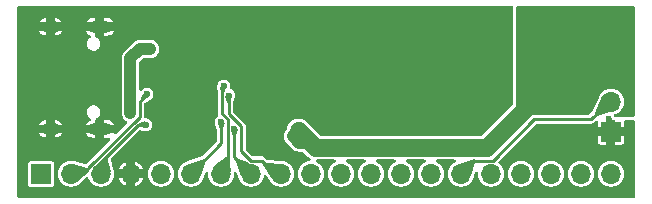
<source format=gbl>
G04 #@! TF.GenerationSoftware,KiCad,Pcbnew,9.0.3*
G04 #@! TF.CreationDate,2025-08-03T15:25:39-04:00*
G04 #@! TF.ProjectId,CH32V003F4U6,43483332-5630-4303-9346-3455362e6b69,rev?*
G04 #@! TF.SameCoordinates,Original*
G04 #@! TF.FileFunction,Copper,L2,Bot*
G04 #@! TF.FilePolarity,Positive*
%FSLAX46Y46*%
G04 Gerber Fmt 4.6, Leading zero omitted, Abs format (unit mm)*
G04 Created by KiCad (PCBNEW 9.0.3) date 2025-08-03 15:25:39*
%MOMM*%
%LPD*%
G01*
G04 APERTURE LIST*
G04 #@! TA.AperFunction,ComponentPad*
%ADD10R,1.700000X1.700000*%
G04 #@! TD*
G04 #@! TA.AperFunction,ComponentPad*
%ADD11O,1.700000X1.700000*%
G04 #@! TD*
G04 #@! TA.AperFunction,ComponentPad*
%ADD12O,2.100000X1.000000*%
G04 #@! TD*
G04 #@! TA.AperFunction,ComponentPad*
%ADD13O,1.600000X1.000000*%
G04 #@! TD*
G04 #@! TA.AperFunction,ViaPad*
%ADD14C,0.600000*%
G04 #@! TD*
G04 #@! TA.AperFunction,Conductor*
%ADD15C,1.000000*%
G04 #@! TD*
G04 #@! TA.AperFunction,Conductor*
%ADD16C,0.600000*%
G04 #@! TD*
G04 #@! TA.AperFunction,Conductor*
%ADD17C,1.500000*%
G04 #@! TD*
G04 #@! TA.AperFunction,Conductor*
%ADD18C,0.250000*%
G04 #@! TD*
G04 APERTURE END LIST*
D10*
X177292000Y-124445000D03*
D11*
X177292000Y-121905000D03*
X177292000Y-119365000D03*
D12*
X134030000Y-115580000D03*
D13*
X129850000Y-115580000D03*
D12*
X134030000Y-124220000D03*
D13*
X129850000Y-124220000D03*
D10*
X129032000Y-128016000D03*
D11*
X131572000Y-128016000D03*
X134112000Y-128016000D03*
X136652000Y-128016000D03*
X139192000Y-128016000D03*
X141732000Y-128016000D03*
X144272000Y-128016000D03*
X146812000Y-128016000D03*
X149352000Y-128016000D03*
X151892000Y-128016000D03*
X154432000Y-128016000D03*
X156972000Y-128016000D03*
X159512000Y-128016000D03*
X162052000Y-128016000D03*
X164592000Y-128016000D03*
X167132000Y-128016000D03*
X169672000Y-128016000D03*
X172212000Y-128016000D03*
X174752000Y-128016000D03*
X177292000Y-128016000D03*
D14*
X143057792Y-129484503D03*
X140520835Y-129484503D03*
X153162000Y-123444000D03*
X132909964Y-129484503D03*
X145594749Y-129484503D03*
X173501276Y-129484503D03*
X160700000Y-116100000D03*
X155742577Y-129484503D03*
X159900000Y-116500000D03*
X176038233Y-129484503D03*
X150668663Y-129484503D03*
X159900000Y-115700000D03*
X152400000Y-123444000D03*
X160816491Y-129484503D03*
X163353448Y-129484503D03*
X137983878Y-129484503D03*
X160700000Y-116900000D03*
X153205620Y-129484503D03*
X148131706Y-129484503D03*
X130373007Y-129484503D03*
X153162000Y-122682000D03*
X160700000Y-115300000D03*
X153924000Y-123444000D03*
X153162000Y-124206000D03*
X160700000Y-114500000D03*
X159900000Y-114900000D03*
X159900000Y-117300000D03*
X168427362Y-129484503D03*
X165890405Y-129484503D03*
X170964319Y-129484503D03*
X160700000Y-117700000D03*
X158279534Y-129484503D03*
X135446921Y-129484503D03*
X138300000Y-117450000D03*
X136610283Y-122852988D03*
X136610283Y-122200000D03*
X137400000Y-117450000D03*
X171200000Y-122400000D03*
X170800000Y-117500000D03*
X171800000Y-116100000D03*
X174700000Y-122400000D03*
X175800000Y-119600000D03*
X175800000Y-118200000D03*
X173400000Y-121700000D03*
X171200000Y-121000000D03*
X176700000Y-116800000D03*
X174940000Y-115300000D03*
X173180000Y-115300000D03*
X173400000Y-120300000D03*
X172080000Y-121000000D03*
X172300000Y-115300000D03*
X150844977Y-124355023D03*
X144300000Y-123648000D03*
X174500000Y-114600000D03*
X171680000Y-117500000D03*
X173840000Y-121000000D03*
X171680000Y-120300000D03*
X176300000Y-117500000D03*
X173900000Y-122400000D03*
X172080000Y-118200000D03*
X173700000Y-114600000D03*
X172080000Y-119600000D03*
X171200000Y-118200000D03*
X176300000Y-114600000D03*
X170800000Y-116100000D03*
X172180000Y-116800000D03*
X176700000Y-118200000D03*
X171680000Y-118900000D03*
X150350000Y-124850000D03*
X170800000Y-118900000D03*
X174300000Y-121700000D03*
X175800000Y-116800000D03*
X177200000Y-116100000D03*
X172800000Y-114600000D03*
X173000000Y-122400000D03*
X177200000Y-117500000D03*
X172080000Y-122400000D03*
X176300000Y-116100000D03*
X175400000Y-114600000D03*
X175400000Y-116100000D03*
X175200000Y-121700000D03*
X172960000Y-121000000D03*
X172560000Y-120300000D03*
X171680000Y-121700000D03*
X174060000Y-115300000D03*
X171300000Y-116800000D03*
X170800000Y-120300000D03*
X175820000Y-115300000D03*
X171300000Y-115300000D03*
X171200000Y-119600000D03*
X175400000Y-117500000D03*
X176700000Y-115300000D03*
X175200000Y-120300000D03*
X174700000Y-121000000D03*
X176100000Y-120300000D03*
X174300000Y-120300000D03*
X170800000Y-121700000D03*
X172560000Y-121700000D03*
X176200000Y-118900000D03*
X171800000Y-114600000D03*
X175600000Y-121000000D03*
X175300000Y-118900000D03*
X138000000Y-121300000D03*
X137922646Y-123873000D03*
X144500000Y-120600000D03*
X145404000Y-124200000D03*
X144952000Y-121391565D03*
D15*
X137400000Y-117450000D02*
X136610283Y-118239717D01*
D16*
X136610283Y-122852988D02*
X136600000Y-122842705D01*
D15*
X137400000Y-117450000D02*
X138300000Y-117450000D01*
X136610283Y-118239717D02*
X136610283Y-122852988D01*
D17*
X151872954Y-125383000D02*
X152289954Y-125800000D01*
X166800000Y-125800000D02*
X171600000Y-121000000D01*
D18*
X144300000Y-125448000D02*
X141732000Y-128016000D01*
X144300000Y-123648000D02*
X144300000Y-125448000D01*
D15*
X150350000Y-124850000D02*
X150883000Y-125383000D01*
D17*
X171600000Y-121000000D02*
X172960000Y-121000000D01*
D16*
X150883000Y-125383000D02*
X151872954Y-125383000D01*
D17*
X150844977Y-124355023D02*
X151872954Y-125383000D01*
X152289954Y-125800000D02*
X166800000Y-125800000D01*
D18*
X167286000Y-126914000D02*
X165694000Y-126914000D01*
X177095000Y-121905000D02*
X175598000Y-123402000D01*
X177292000Y-121905000D02*
X177095000Y-121905000D01*
X165694000Y-126914000D02*
X164592000Y-128016000D01*
X170798000Y-123402000D02*
X167286000Y-126914000D01*
X175598000Y-123402000D02*
X170798000Y-123402000D01*
X133010000Y-127559536D02*
X133010000Y-127590000D01*
X132584000Y-128016000D02*
X131572000Y-128016000D01*
X133010000Y-127590000D02*
X132584000Y-128016000D01*
X137400000Y-121900000D02*
X137400000Y-123169536D01*
X138000000Y-121300000D02*
X137400000Y-121900000D01*
X137400000Y-123169536D02*
X133010000Y-127559536D01*
X137922646Y-123873000D02*
X137229694Y-123873000D01*
X134112000Y-126990694D02*
X134112000Y-128016000D01*
X137229694Y-123873000D02*
X134112000Y-126990694D01*
X144852000Y-123419354D02*
X144852000Y-127436000D01*
X144400000Y-122967354D02*
X144852000Y-123419354D01*
X144852000Y-127436000D02*
X144272000Y-128016000D01*
X144500000Y-120600000D02*
X144400000Y-120700000D01*
X144400000Y-120700000D02*
X144400000Y-122967354D01*
X145400000Y-124204000D02*
X145400000Y-126604000D01*
X145404000Y-124200000D02*
X145400000Y-124204000D01*
X145400000Y-126604000D02*
X146812000Y-128016000D01*
X146814000Y-126914000D02*
X147714000Y-126914000D01*
X146000000Y-126100000D02*
X146814000Y-126914000D01*
X144952000Y-122952000D02*
X146000000Y-124000000D01*
X146000000Y-124000000D02*
X146000000Y-126100000D01*
X148816000Y-128016000D02*
X149352000Y-128016000D01*
X144952000Y-121391565D02*
X144952000Y-122952000D01*
X147714000Y-126914000D02*
X148816000Y-128016000D01*
G04 #@! TA.AperFunction,Conductor*
G36*
X179243039Y-113822185D02*
G01*
X179288794Y-113874989D01*
X179300000Y-113926500D01*
X179300000Y-123076000D01*
X179280315Y-123143039D01*
X179227511Y-123188794D01*
X179176000Y-123200000D01*
X177650597Y-123200000D01*
X177583558Y-123180315D01*
X177537803Y-123127511D01*
X177527859Y-123058353D01*
X177556884Y-122994797D01*
X177612277Y-122958069D01*
X177714445Y-122924873D01*
X177868788Y-122846232D01*
X178008928Y-122744414D01*
X178131414Y-122621928D01*
X178233232Y-122481788D01*
X178311873Y-122327445D01*
X178365402Y-122162701D01*
X178392500Y-121991611D01*
X178392500Y-121818389D01*
X178365402Y-121647299D01*
X178311873Y-121482555D01*
X178233232Y-121328212D01*
X178131414Y-121188072D01*
X178008928Y-121065586D01*
X177868788Y-120963768D01*
X177714445Y-120885127D01*
X177549701Y-120831598D01*
X177549699Y-120831597D01*
X177549698Y-120831597D01*
X177418271Y-120810781D01*
X177378611Y-120804500D01*
X177205389Y-120804500D01*
X177165728Y-120810781D01*
X177034302Y-120831597D01*
X176869552Y-120885128D01*
X176715211Y-120963768D01*
X176635256Y-121021859D01*
X176575072Y-121065586D01*
X176575070Y-121065588D01*
X176575069Y-121065588D01*
X176452588Y-121188069D01*
X176452588Y-121188070D01*
X176452586Y-121188072D01*
X176408859Y-121248256D01*
X176350768Y-121328211D01*
X176272127Y-121482553D01*
X176249554Y-121552023D01*
X176244515Y-121565002D01*
X175704557Y-122753233D01*
X175679347Y-122789614D01*
X175478780Y-122990182D01*
X175417460Y-123023666D01*
X175391101Y-123026500D01*
X170748564Y-123026500D01*
X170700812Y-123039295D01*
X170700811Y-123039294D01*
X170653063Y-123052089D01*
X170653062Y-123052089D01*
X170567435Y-123101527D01*
X170505282Y-123163681D01*
X170443959Y-123197166D01*
X170417601Y-123200000D01*
X169424000Y-123200000D01*
X169356961Y-123180315D01*
X169311206Y-123127511D01*
X169300000Y-123076000D01*
X169300000Y-113926500D01*
X169319685Y-113859461D01*
X169372489Y-113813706D01*
X169424000Y-113802500D01*
X179176000Y-113802500D01*
X179243039Y-113822185D01*
G37*
G04 #@! TD.AperFunction*
G04 #@! TA.AperFunction,Conductor*
G36*
X168987539Y-113822185D02*
G01*
X169033294Y-113874989D01*
X169044500Y-113926500D01*
X169044500Y-122089218D01*
X169024815Y-122156257D01*
X169008181Y-122176899D01*
X166421899Y-124763181D01*
X166360576Y-124796666D01*
X166334218Y-124799500D01*
X152755736Y-124799500D01*
X152726295Y-124790855D01*
X152696309Y-124784332D01*
X152691293Y-124780577D01*
X152688697Y-124779815D01*
X152668055Y-124763181D01*
X152621663Y-124716789D01*
X152614182Y-124708608D01*
X152597338Y-124688445D01*
X152589954Y-124679995D01*
X152589251Y-124679226D01*
X152589242Y-124679216D01*
X152581261Y-124670865D01*
X152581257Y-124670862D01*
X152581253Y-124670859D01*
X152574766Y-124666524D01*
X152555981Y-124651107D01*
X152510735Y-124605861D01*
X151482761Y-123577886D01*
X151482757Y-123577883D01*
X151318897Y-123468395D01*
X151318887Y-123468390D01*
X151136813Y-123392972D01*
X151136805Y-123392970D01*
X150943520Y-123354523D01*
X150943517Y-123354523D01*
X150746437Y-123354523D01*
X150746434Y-123354523D01*
X150553148Y-123392970D01*
X150553140Y-123392972D01*
X150371066Y-123468390D01*
X150371056Y-123468395D01*
X150207196Y-123577883D01*
X150207192Y-123577886D01*
X150067840Y-123717238D01*
X150067837Y-123717242D01*
X149958349Y-123881102D01*
X149958344Y-123881112D01*
X149882926Y-124063186D01*
X149882924Y-124063194D01*
X149843288Y-124262457D01*
X149841492Y-124262099D01*
X149818528Y-124318929D01*
X149808988Y-124329642D01*
X149767052Y-124371577D01*
X149767052Y-124371579D01*
X149767049Y-124371582D01*
X149767048Y-124371584D01*
X149738140Y-124414849D01*
X149684918Y-124494502D01*
X149684914Y-124494509D01*
X149628342Y-124631087D01*
X149628340Y-124631093D01*
X149599500Y-124776080D01*
X149599500Y-124776083D01*
X149599500Y-124923917D01*
X149599500Y-124923919D01*
X149599499Y-124923919D01*
X149628340Y-125068906D01*
X149628342Y-125068912D01*
X149684916Y-125205494D01*
X149767048Y-125328416D01*
X149767052Y-125328420D01*
X149767052Y-125328421D01*
X150404578Y-125965947D01*
X150404581Y-125965949D01*
X150404584Y-125965952D01*
X150527506Y-126048084D01*
X150664088Y-126104658D01*
X150762402Y-126124214D01*
X150780575Y-126129192D01*
X150791241Y-126129951D01*
X150809083Y-126133500D01*
X150836714Y-126133500D01*
X150845514Y-126133812D01*
X151158973Y-126156118D01*
X151166225Y-126158060D01*
X151170735Y-126157521D01*
X151204346Y-126168267D01*
X151261351Y-126195960D01*
X151294847Y-126219813D01*
X151509689Y-126434655D01*
X151509718Y-126434686D01*
X151652168Y-126577136D01*
X151652172Y-126577139D01*
X151816039Y-126686632D01*
X151818245Y-126687811D01*
X151819184Y-126688733D01*
X151821105Y-126690017D01*
X151820861Y-126690381D01*
X151868094Y-126736769D01*
X151883561Y-126804905D01*
X151859735Y-126870587D01*
X151804181Y-126912960D01*
X151779201Y-126919647D01*
X151634301Y-126942597D01*
X151469552Y-126996128D01*
X151315211Y-127074768D01*
X151276238Y-127103084D01*
X151175072Y-127176586D01*
X151175070Y-127176588D01*
X151175069Y-127176588D01*
X151052588Y-127299069D01*
X151052588Y-127299070D01*
X151052586Y-127299072D01*
X151052582Y-127299078D01*
X150950768Y-127439211D01*
X150872128Y-127593552D01*
X150818597Y-127758302D01*
X150802920Y-127857286D01*
X150791500Y-127929389D01*
X150791500Y-128102611D01*
X150794894Y-128124038D01*
X150818597Y-128273697D01*
X150818597Y-128273699D01*
X150818598Y-128273701D01*
X150872127Y-128438445D01*
X150950768Y-128592788D01*
X151052586Y-128732928D01*
X151175072Y-128855414D01*
X151315212Y-128957232D01*
X151469555Y-129035873D01*
X151634299Y-129089402D01*
X151805389Y-129116500D01*
X151805390Y-129116500D01*
X151978610Y-129116500D01*
X151978611Y-129116500D01*
X152149701Y-129089402D01*
X152314445Y-129035873D01*
X152468788Y-128957232D01*
X152608928Y-128855414D01*
X152731414Y-128732928D01*
X152833232Y-128592788D01*
X152911873Y-128438445D01*
X152965402Y-128273701D01*
X152992500Y-128102611D01*
X152992500Y-127929389D01*
X152965402Y-127758299D01*
X152911873Y-127593555D01*
X152833232Y-127439212D01*
X152731414Y-127299072D01*
X152608928Y-127176586D01*
X152468788Y-127074768D01*
X152390709Y-127034985D01*
X152339913Y-126987011D01*
X152323118Y-126919190D01*
X152345655Y-126853055D01*
X152400370Y-126809603D01*
X152447004Y-126800500D01*
X153876996Y-126800500D01*
X153944035Y-126820185D01*
X153989790Y-126872989D01*
X153999734Y-126942147D01*
X153970709Y-127005703D01*
X153933291Y-127034985D01*
X153855211Y-127074768D01*
X153816238Y-127103084D01*
X153715072Y-127176586D01*
X153715070Y-127176588D01*
X153715069Y-127176588D01*
X153592588Y-127299069D01*
X153592588Y-127299070D01*
X153592586Y-127299072D01*
X153592582Y-127299078D01*
X153490768Y-127439211D01*
X153412128Y-127593552D01*
X153358597Y-127758302D01*
X153342920Y-127857286D01*
X153331500Y-127929389D01*
X153331500Y-128102611D01*
X153334894Y-128124038D01*
X153358597Y-128273697D01*
X153358597Y-128273699D01*
X153358598Y-128273701D01*
X153412127Y-128438445D01*
X153490768Y-128592788D01*
X153592586Y-128732928D01*
X153715072Y-128855414D01*
X153855212Y-128957232D01*
X154009555Y-129035873D01*
X154174299Y-129089402D01*
X154345389Y-129116500D01*
X154345390Y-129116500D01*
X154518610Y-129116500D01*
X154518611Y-129116500D01*
X154689701Y-129089402D01*
X154854445Y-129035873D01*
X155008788Y-128957232D01*
X155148928Y-128855414D01*
X155271414Y-128732928D01*
X155373232Y-128592788D01*
X155451873Y-128438445D01*
X155505402Y-128273701D01*
X155532500Y-128102611D01*
X155532500Y-127929389D01*
X155505402Y-127758299D01*
X155451873Y-127593555D01*
X155373232Y-127439212D01*
X155271414Y-127299072D01*
X155148928Y-127176586D01*
X155008788Y-127074768D01*
X154930709Y-127034985D01*
X154879913Y-126987011D01*
X154863118Y-126919190D01*
X154885655Y-126853055D01*
X154940370Y-126809603D01*
X154987004Y-126800500D01*
X156416996Y-126800500D01*
X156484035Y-126820185D01*
X156529790Y-126872989D01*
X156539734Y-126942147D01*
X156510709Y-127005703D01*
X156473291Y-127034985D01*
X156395211Y-127074768D01*
X156356238Y-127103084D01*
X156255072Y-127176586D01*
X156255070Y-127176588D01*
X156255069Y-127176588D01*
X156132588Y-127299069D01*
X156132588Y-127299070D01*
X156132586Y-127299072D01*
X156132582Y-127299078D01*
X156030768Y-127439211D01*
X155952128Y-127593552D01*
X155898597Y-127758302D01*
X155882920Y-127857286D01*
X155871500Y-127929389D01*
X155871500Y-128102611D01*
X155874894Y-128124038D01*
X155898597Y-128273697D01*
X155898597Y-128273699D01*
X155898598Y-128273701D01*
X155952127Y-128438445D01*
X156030768Y-128592788D01*
X156132586Y-128732928D01*
X156255072Y-128855414D01*
X156395212Y-128957232D01*
X156549555Y-129035873D01*
X156714299Y-129089402D01*
X156885389Y-129116500D01*
X156885390Y-129116500D01*
X157058610Y-129116500D01*
X157058611Y-129116500D01*
X157229701Y-129089402D01*
X157394445Y-129035873D01*
X157548788Y-128957232D01*
X157688928Y-128855414D01*
X157811414Y-128732928D01*
X157913232Y-128592788D01*
X157991873Y-128438445D01*
X158045402Y-128273701D01*
X158072500Y-128102611D01*
X158072500Y-127929389D01*
X158045402Y-127758299D01*
X157991873Y-127593555D01*
X157913232Y-127439212D01*
X157811414Y-127299072D01*
X157688928Y-127176586D01*
X157548788Y-127074768D01*
X157470709Y-127034985D01*
X157419913Y-126987011D01*
X157403118Y-126919190D01*
X157425655Y-126853055D01*
X157480370Y-126809603D01*
X157527004Y-126800500D01*
X158956996Y-126800500D01*
X159024035Y-126820185D01*
X159069790Y-126872989D01*
X159079734Y-126942147D01*
X159050709Y-127005703D01*
X159013291Y-127034985D01*
X158935211Y-127074768D01*
X158896238Y-127103084D01*
X158795072Y-127176586D01*
X158795070Y-127176588D01*
X158795069Y-127176588D01*
X158672588Y-127299069D01*
X158672588Y-127299070D01*
X158672586Y-127299072D01*
X158672582Y-127299078D01*
X158570768Y-127439211D01*
X158492128Y-127593552D01*
X158438597Y-127758302D01*
X158422920Y-127857286D01*
X158411500Y-127929389D01*
X158411500Y-128102611D01*
X158414894Y-128124038D01*
X158438597Y-128273697D01*
X158438597Y-128273699D01*
X158438598Y-128273701D01*
X158492127Y-128438445D01*
X158570768Y-128592788D01*
X158672586Y-128732928D01*
X158795072Y-128855414D01*
X158935212Y-128957232D01*
X159089555Y-129035873D01*
X159254299Y-129089402D01*
X159425389Y-129116500D01*
X159425390Y-129116500D01*
X159598610Y-129116500D01*
X159598611Y-129116500D01*
X159769701Y-129089402D01*
X159934445Y-129035873D01*
X160088788Y-128957232D01*
X160228928Y-128855414D01*
X160351414Y-128732928D01*
X160453232Y-128592788D01*
X160531873Y-128438445D01*
X160585402Y-128273701D01*
X160612500Y-128102611D01*
X160612500Y-127929389D01*
X160585402Y-127758299D01*
X160531873Y-127593555D01*
X160453232Y-127439212D01*
X160351414Y-127299072D01*
X160228928Y-127176586D01*
X160088788Y-127074768D01*
X160010709Y-127034985D01*
X159959913Y-126987011D01*
X159943118Y-126919190D01*
X159965655Y-126853055D01*
X160020370Y-126809603D01*
X160067004Y-126800500D01*
X161496996Y-126800500D01*
X161564035Y-126820185D01*
X161609790Y-126872989D01*
X161619734Y-126942147D01*
X161590709Y-127005703D01*
X161553291Y-127034985D01*
X161475211Y-127074768D01*
X161436238Y-127103084D01*
X161335072Y-127176586D01*
X161335070Y-127176588D01*
X161335069Y-127176588D01*
X161212588Y-127299069D01*
X161212588Y-127299070D01*
X161212586Y-127299072D01*
X161212582Y-127299078D01*
X161110768Y-127439211D01*
X161032128Y-127593552D01*
X160978597Y-127758302D01*
X160962920Y-127857286D01*
X160951500Y-127929389D01*
X160951500Y-128102611D01*
X160954894Y-128124038D01*
X160978597Y-128273697D01*
X160978597Y-128273699D01*
X160978598Y-128273701D01*
X161032127Y-128438445D01*
X161110768Y-128592788D01*
X161212586Y-128732928D01*
X161335072Y-128855414D01*
X161475212Y-128957232D01*
X161629555Y-129035873D01*
X161794299Y-129089402D01*
X161965389Y-129116500D01*
X161965390Y-129116500D01*
X162138610Y-129116500D01*
X162138611Y-129116500D01*
X162309701Y-129089402D01*
X162474445Y-129035873D01*
X162628788Y-128957232D01*
X162768928Y-128855414D01*
X162891414Y-128732928D01*
X162993232Y-128592788D01*
X163071873Y-128438445D01*
X163125402Y-128273701D01*
X163152500Y-128102611D01*
X163152500Y-127929389D01*
X163125402Y-127758299D01*
X163071873Y-127593555D01*
X162993232Y-127439212D01*
X162891414Y-127299072D01*
X162768928Y-127176586D01*
X162628788Y-127074768D01*
X162550709Y-127034985D01*
X162499913Y-126987011D01*
X162483118Y-126919190D01*
X162505655Y-126853055D01*
X162560370Y-126809603D01*
X162607004Y-126800500D01*
X164036996Y-126800500D01*
X164104035Y-126820185D01*
X164149790Y-126872989D01*
X164159734Y-126942147D01*
X164130709Y-127005703D01*
X164093291Y-127034985D01*
X164015211Y-127074768D01*
X163976238Y-127103084D01*
X163875072Y-127176586D01*
X163875070Y-127176588D01*
X163875069Y-127176588D01*
X163752588Y-127299069D01*
X163752588Y-127299070D01*
X163752586Y-127299072D01*
X163752582Y-127299078D01*
X163650768Y-127439211D01*
X163572128Y-127593552D01*
X163518597Y-127758302D01*
X163502920Y-127857286D01*
X163491500Y-127929389D01*
X163491500Y-128102611D01*
X163494894Y-128124038D01*
X163518597Y-128273697D01*
X163518597Y-128273699D01*
X163518598Y-128273701D01*
X163572127Y-128438445D01*
X163650768Y-128592788D01*
X163752586Y-128732928D01*
X163875072Y-128855414D01*
X164015212Y-128957232D01*
X164169555Y-129035873D01*
X164334299Y-129089402D01*
X164505389Y-129116500D01*
X164505390Y-129116500D01*
X164678610Y-129116500D01*
X164678611Y-129116500D01*
X164849701Y-129089402D01*
X165014445Y-129035873D01*
X165168788Y-128957232D01*
X165308928Y-128855414D01*
X165431414Y-128732928D01*
X165533232Y-128592788D01*
X165611873Y-128438445D01*
X165665402Y-128273701D01*
X165665403Y-128273688D01*
X165666538Y-128268966D01*
X165666972Y-128269070D01*
X165669913Y-128257266D01*
X165790257Y-127907788D01*
X165830696Y-127850810D01*
X165895520Y-127824741D01*
X165964148Y-127837857D01*
X166014790Y-127885993D01*
X166031500Y-127948161D01*
X166031500Y-128102611D01*
X166034894Y-128124038D01*
X166058597Y-128273697D01*
X166058597Y-128273699D01*
X166058598Y-128273701D01*
X166112127Y-128438445D01*
X166190768Y-128592788D01*
X166292586Y-128732928D01*
X166415072Y-128855414D01*
X166555212Y-128957232D01*
X166709555Y-129035873D01*
X166874299Y-129089402D01*
X167045389Y-129116500D01*
X167045390Y-129116500D01*
X167218610Y-129116500D01*
X167218611Y-129116500D01*
X167389701Y-129089402D01*
X167554445Y-129035873D01*
X167708788Y-128957232D01*
X167848928Y-128855414D01*
X167971414Y-128732928D01*
X168073232Y-128592788D01*
X168151873Y-128438445D01*
X168205402Y-128273701D01*
X168232500Y-128102611D01*
X168232500Y-127929389D01*
X168571500Y-127929389D01*
X168571500Y-128102611D01*
X168574894Y-128124038D01*
X168598597Y-128273697D01*
X168598597Y-128273699D01*
X168598598Y-128273701D01*
X168652127Y-128438445D01*
X168730768Y-128592788D01*
X168832586Y-128732928D01*
X168955072Y-128855414D01*
X169095212Y-128957232D01*
X169249555Y-129035873D01*
X169414299Y-129089402D01*
X169585389Y-129116500D01*
X169585390Y-129116500D01*
X169758610Y-129116500D01*
X169758611Y-129116500D01*
X169929701Y-129089402D01*
X170094445Y-129035873D01*
X170248788Y-128957232D01*
X170388928Y-128855414D01*
X170511414Y-128732928D01*
X170613232Y-128592788D01*
X170691873Y-128438445D01*
X170745402Y-128273701D01*
X170772500Y-128102611D01*
X170772500Y-127929389D01*
X171111500Y-127929389D01*
X171111500Y-128102611D01*
X171114894Y-128124038D01*
X171138597Y-128273697D01*
X171138597Y-128273699D01*
X171138598Y-128273701D01*
X171192127Y-128438445D01*
X171270768Y-128592788D01*
X171372586Y-128732928D01*
X171495072Y-128855414D01*
X171635212Y-128957232D01*
X171789555Y-129035873D01*
X171954299Y-129089402D01*
X172125389Y-129116500D01*
X172125390Y-129116500D01*
X172298610Y-129116500D01*
X172298611Y-129116500D01*
X172469701Y-129089402D01*
X172634445Y-129035873D01*
X172788788Y-128957232D01*
X172928928Y-128855414D01*
X173051414Y-128732928D01*
X173153232Y-128592788D01*
X173231873Y-128438445D01*
X173285402Y-128273701D01*
X173312500Y-128102611D01*
X173312500Y-127929389D01*
X173651500Y-127929389D01*
X173651500Y-128102611D01*
X173654894Y-128124038D01*
X173678597Y-128273697D01*
X173678597Y-128273699D01*
X173678598Y-128273701D01*
X173732127Y-128438445D01*
X173810768Y-128592788D01*
X173912586Y-128732928D01*
X174035072Y-128855414D01*
X174175212Y-128957232D01*
X174329555Y-129035873D01*
X174494299Y-129089402D01*
X174665389Y-129116500D01*
X174665390Y-129116500D01*
X174838610Y-129116500D01*
X174838611Y-129116500D01*
X175009701Y-129089402D01*
X175174445Y-129035873D01*
X175328788Y-128957232D01*
X175468928Y-128855414D01*
X175591414Y-128732928D01*
X175693232Y-128592788D01*
X175771873Y-128438445D01*
X175825402Y-128273701D01*
X175852500Y-128102611D01*
X175852500Y-127929389D01*
X176191500Y-127929389D01*
X176191500Y-128102611D01*
X176194894Y-128124038D01*
X176218597Y-128273697D01*
X176218597Y-128273699D01*
X176218598Y-128273701D01*
X176272127Y-128438445D01*
X176350768Y-128592788D01*
X176452586Y-128732928D01*
X176575072Y-128855414D01*
X176715212Y-128957232D01*
X176869555Y-129035873D01*
X177034299Y-129089402D01*
X177205389Y-129116500D01*
X177205390Y-129116500D01*
X177378610Y-129116500D01*
X177378611Y-129116500D01*
X177549701Y-129089402D01*
X177714445Y-129035873D01*
X177868788Y-128957232D01*
X178008928Y-128855414D01*
X178131414Y-128732928D01*
X178233232Y-128592788D01*
X178311873Y-128438445D01*
X178365402Y-128273701D01*
X178392500Y-128102611D01*
X178392500Y-127929389D01*
X178365402Y-127758299D01*
X178311873Y-127593555D01*
X178233232Y-127439212D01*
X178131414Y-127299072D01*
X178008928Y-127176586D01*
X177868788Y-127074768D01*
X177714445Y-126996127D01*
X177549701Y-126942598D01*
X177549699Y-126942597D01*
X177549698Y-126942597D01*
X177404794Y-126919647D01*
X177378611Y-126915500D01*
X177205389Y-126915500D01*
X177179206Y-126919647D01*
X177034302Y-126942597D01*
X176869552Y-126996128D01*
X176715211Y-127074768D01*
X176676238Y-127103084D01*
X176575072Y-127176586D01*
X176575070Y-127176588D01*
X176575069Y-127176588D01*
X176452588Y-127299069D01*
X176452588Y-127299070D01*
X176452586Y-127299072D01*
X176452582Y-127299078D01*
X176350768Y-127439211D01*
X176272128Y-127593552D01*
X176218597Y-127758302D01*
X176202920Y-127857286D01*
X176191500Y-127929389D01*
X175852500Y-127929389D01*
X175825402Y-127758299D01*
X175771873Y-127593555D01*
X175693232Y-127439212D01*
X175591414Y-127299072D01*
X175468928Y-127176586D01*
X175328788Y-127074768D01*
X175174445Y-126996127D01*
X175009701Y-126942598D01*
X175009699Y-126942597D01*
X175009698Y-126942597D01*
X174864794Y-126919647D01*
X174838611Y-126915500D01*
X174665389Y-126915500D01*
X174639206Y-126919647D01*
X174494302Y-126942597D01*
X174329552Y-126996128D01*
X174175211Y-127074768D01*
X174136238Y-127103084D01*
X174035072Y-127176586D01*
X174035070Y-127176588D01*
X174035069Y-127176588D01*
X173912588Y-127299069D01*
X173912588Y-127299070D01*
X173912586Y-127299072D01*
X173912582Y-127299078D01*
X173810768Y-127439211D01*
X173732128Y-127593552D01*
X173678597Y-127758302D01*
X173662920Y-127857286D01*
X173651500Y-127929389D01*
X173312500Y-127929389D01*
X173285402Y-127758299D01*
X173231873Y-127593555D01*
X173153232Y-127439212D01*
X173051414Y-127299072D01*
X172928928Y-127176586D01*
X172788788Y-127074768D01*
X172634445Y-126996127D01*
X172469701Y-126942598D01*
X172469699Y-126942597D01*
X172469698Y-126942597D01*
X172324794Y-126919647D01*
X172298611Y-126915500D01*
X172125389Y-126915500D01*
X172099206Y-126919647D01*
X171954302Y-126942597D01*
X171789552Y-126996128D01*
X171635211Y-127074768D01*
X171596238Y-127103084D01*
X171495072Y-127176586D01*
X171495070Y-127176588D01*
X171495069Y-127176588D01*
X171372588Y-127299069D01*
X171372588Y-127299070D01*
X171372586Y-127299072D01*
X171372582Y-127299078D01*
X171270768Y-127439211D01*
X171192128Y-127593552D01*
X171138597Y-127758302D01*
X171122920Y-127857286D01*
X171111500Y-127929389D01*
X170772500Y-127929389D01*
X170745402Y-127758299D01*
X170691873Y-127593555D01*
X170613232Y-127439212D01*
X170511414Y-127299072D01*
X170388928Y-127176586D01*
X170248788Y-127074768D01*
X170094445Y-126996127D01*
X169929701Y-126942598D01*
X169929699Y-126942597D01*
X169929698Y-126942597D01*
X169784794Y-126919647D01*
X169758611Y-126915500D01*
X169585389Y-126915500D01*
X169559206Y-126919647D01*
X169414302Y-126942597D01*
X169249552Y-126996128D01*
X169095211Y-127074768D01*
X169056238Y-127103084D01*
X168955072Y-127176586D01*
X168955070Y-127176588D01*
X168955069Y-127176588D01*
X168832588Y-127299069D01*
X168832588Y-127299070D01*
X168832586Y-127299072D01*
X168832582Y-127299078D01*
X168730768Y-127439211D01*
X168652128Y-127593552D01*
X168598597Y-127758302D01*
X168582920Y-127857286D01*
X168571500Y-127929389D01*
X168232500Y-127929389D01*
X168205402Y-127758299D01*
X168151873Y-127593555D01*
X168073232Y-127439212D01*
X167971414Y-127299072D01*
X167848928Y-127176586D01*
X167795821Y-127138002D01*
X167753159Y-127082676D01*
X167747180Y-127013063D01*
X167779785Y-126951267D01*
X167780953Y-126950082D01*
X169411408Y-125319628D01*
X176192000Y-125319628D01*
X176206503Y-125392540D01*
X176206505Y-125392544D01*
X176261760Y-125475239D01*
X176344455Y-125530494D01*
X176344459Y-125530496D01*
X176417371Y-125544999D01*
X176417374Y-125545000D01*
X176917000Y-125545000D01*
X177667000Y-125545000D01*
X178166626Y-125545000D01*
X178166628Y-125544999D01*
X178239540Y-125530496D01*
X178239544Y-125530494D01*
X178322239Y-125475239D01*
X178377494Y-125392544D01*
X178377496Y-125392540D01*
X178391999Y-125319628D01*
X178392000Y-125319626D01*
X178392000Y-124820000D01*
X177667000Y-124820000D01*
X177667000Y-125545000D01*
X176917000Y-125545000D01*
X176917000Y-124820000D01*
X176192000Y-124820000D01*
X176192000Y-125319628D01*
X169411408Y-125319628D01*
X170351863Y-124379174D01*
X176792000Y-124379174D01*
X176792000Y-124510826D01*
X176826075Y-124637993D01*
X176891901Y-124752007D01*
X176984993Y-124845099D01*
X177099007Y-124910925D01*
X177226174Y-124945000D01*
X177357826Y-124945000D01*
X177484993Y-124910925D01*
X177599007Y-124845099D01*
X177692099Y-124752007D01*
X177757925Y-124637993D01*
X177792000Y-124510826D01*
X177792000Y-124379174D01*
X177757925Y-124252007D01*
X177692099Y-124137993D01*
X177599007Y-124044901D01*
X177484993Y-123979075D01*
X177357826Y-123945000D01*
X177226174Y-123945000D01*
X177099007Y-123979075D01*
X176984993Y-124044901D01*
X176891901Y-124137993D01*
X176826075Y-124252007D01*
X176792000Y-124379174D01*
X170351863Y-124379174D01*
X170917218Y-123813819D01*
X170978541Y-123780334D01*
X171004899Y-123777500D01*
X175647434Y-123777500D01*
X175647436Y-123777500D01*
X175714645Y-123759491D01*
X175742938Y-123751910D01*
X175828562Y-123702475D01*
X175898475Y-123632562D01*
X175898474Y-123632562D01*
X175957045Y-123573991D01*
X175980321Y-123550715D01*
X176041645Y-123517231D01*
X176111336Y-123522217D01*
X176167269Y-123564090D01*
X176191684Y-123629555D01*
X176192000Y-123638398D01*
X176192000Y-124070000D01*
X176917000Y-124070000D01*
X176917000Y-123345000D01*
X176907321Y-123335321D01*
X176904011Y-123329260D01*
X176898343Y-123325313D01*
X176887481Y-123298986D01*
X176873836Y-123273998D01*
X176874328Y-123267109D01*
X176871694Y-123260724D01*
X176876788Y-123232707D01*
X176878820Y-123204306D01*
X176882959Y-123198776D01*
X176884195Y-123191982D01*
X176903627Y-123171167D01*
X176920692Y-123148373D01*
X176928303Y-123144737D01*
X176931876Y-123140911D01*
X176964499Y-123127449D01*
X177136472Y-123083810D01*
X177206292Y-123086401D01*
X177263629Y-123126328D01*
X177287646Y-123175482D01*
X177295377Y-123208194D01*
X177295379Y-123208200D01*
X177344705Y-123294822D01*
X177344707Y-123294825D01*
X177344709Y-123294828D01*
X177368687Y-123322500D01*
X177390460Y-123347628D01*
X177390463Y-123347631D01*
X177390464Y-123347632D01*
X177423238Y-123379257D01*
X177511573Y-123425465D01*
X177577935Y-123444951D01*
X177636713Y-123482725D01*
X177665738Y-123546281D01*
X177667000Y-123563928D01*
X177667000Y-124070000D01*
X178392000Y-124070000D01*
X178392000Y-123579500D01*
X178411685Y-123512461D01*
X178464489Y-123466706D01*
X178516000Y-123455500D01*
X179175999Y-123455500D01*
X179176000Y-123455500D01*
X179176222Y-123455476D01*
X179176273Y-123455485D01*
X179179325Y-123455322D01*
X179179363Y-123456042D01*
X179244984Y-123467869D01*
X179296130Y-123515470D01*
X179313500Y-123578763D01*
X179313500Y-129913500D01*
X179293815Y-129980539D01*
X179241011Y-130026294D01*
X179189500Y-130037500D01*
X127134500Y-130037500D01*
X127067461Y-130017815D01*
X127021706Y-129965011D01*
X127010500Y-129913500D01*
X127010500Y-127141321D01*
X127931500Y-127141321D01*
X127931500Y-128890678D01*
X127946032Y-128963735D01*
X127946033Y-128963739D01*
X127946034Y-128963740D01*
X128001399Y-129046601D01*
X128084260Y-129101966D01*
X128084264Y-129101967D01*
X128157321Y-129116499D01*
X128157324Y-129116500D01*
X128157326Y-129116500D01*
X129906676Y-129116500D01*
X129906677Y-129116499D01*
X129979740Y-129101966D01*
X130062601Y-129046601D01*
X130117966Y-128963740D01*
X130132500Y-128890674D01*
X130132500Y-127929389D01*
X130471500Y-127929389D01*
X130471500Y-128102611D01*
X130474894Y-128124038D01*
X130498597Y-128273697D01*
X130498597Y-128273699D01*
X130498598Y-128273701D01*
X130552127Y-128438445D01*
X130630768Y-128592788D01*
X130732586Y-128732928D01*
X130855072Y-128855414D01*
X130995212Y-128957232D01*
X131149555Y-129035873D01*
X131314299Y-129089402D01*
X131485389Y-129116500D01*
X131485390Y-129116500D01*
X131658610Y-129116500D01*
X131658611Y-129116500D01*
X131829701Y-129089402D01*
X131994445Y-129035873D01*
X132148788Y-128957232D01*
X132288928Y-128855414D01*
X132411414Y-128732928D01*
X132442566Y-128690048D01*
X132455599Y-128674861D01*
X132852237Y-128281908D01*
X132913714Y-128248711D01*
X132983381Y-128254021D01*
X133039119Y-128296153D01*
X133057437Y-128331680D01*
X133092128Y-128438449D01*
X133170633Y-128592524D01*
X133170768Y-128592788D01*
X133272586Y-128732928D01*
X133395072Y-128855414D01*
X133535212Y-128957232D01*
X133689555Y-129035873D01*
X133854299Y-129089402D01*
X134025389Y-129116500D01*
X134025390Y-129116500D01*
X134198610Y-129116500D01*
X134198611Y-129116500D01*
X134369701Y-129089402D01*
X134534445Y-129035873D01*
X134688788Y-128957232D01*
X134828928Y-128855414D01*
X134951414Y-128732928D01*
X135053232Y-128592788D01*
X135131873Y-128438445D01*
X135147289Y-128391000D01*
X135617236Y-128391000D01*
X135632587Y-128438247D01*
X135632589Y-128438253D01*
X135711195Y-128592524D01*
X135812967Y-128732602D01*
X135935397Y-128855032D01*
X136075475Y-128956804D01*
X136229746Y-129035410D01*
X136229752Y-129035412D01*
X136276999Y-129050763D01*
X136277000Y-129050763D01*
X137027000Y-129050763D01*
X137074247Y-129035412D01*
X137074253Y-129035410D01*
X137228524Y-128956804D01*
X137368602Y-128855032D01*
X137491032Y-128732602D01*
X137592804Y-128592524D01*
X137671410Y-128438253D01*
X137671412Y-128438247D01*
X137686763Y-128391000D01*
X137027000Y-128391000D01*
X137027000Y-129050763D01*
X136277000Y-129050763D01*
X136277000Y-128391000D01*
X135617236Y-128391000D01*
X135147289Y-128391000D01*
X135185402Y-128273701D01*
X135212500Y-128102611D01*
X135212500Y-127950174D01*
X136152000Y-127950174D01*
X136152000Y-128081826D01*
X136186075Y-128208993D01*
X136251901Y-128323007D01*
X136344993Y-128416099D01*
X136459007Y-128481925D01*
X136586174Y-128516000D01*
X136717826Y-128516000D01*
X136844993Y-128481925D01*
X136959007Y-128416099D01*
X137052099Y-128323007D01*
X137117925Y-128208993D01*
X137152000Y-128081826D01*
X137152000Y-127950174D01*
X137146431Y-127929389D01*
X138091500Y-127929389D01*
X138091500Y-128102611D01*
X138094894Y-128124038D01*
X138118597Y-128273697D01*
X138118597Y-128273699D01*
X138118598Y-128273701D01*
X138172127Y-128438445D01*
X138250768Y-128592788D01*
X138352586Y-128732928D01*
X138475072Y-128855414D01*
X138615212Y-128957232D01*
X138769555Y-129035873D01*
X138934299Y-129089402D01*
X139105389Y-129116500D01*
X139105390Y-129116500D01*
X139278610Y-129116500D01*
X139278611Y-129116500D01*
X139449701Y-129089402D01*
X139614445Y-129035873D01*
X139768788Y-128957232D01*
X139908928Y-128855414D01*
X140031414Y-128732928D01*
X140133232Y-128592788D01*
X140211873Y-128438445D01*
X140265402Y-128273701D01*
X140292500Y-128102611D01*
X140292500Y-127929389D01*
X140631500Y-127929389D01*
X140631500Y-128102611D01*
X140634894Y-128124038D01*
X140658597Y-128273697D01*
X140658597Y-128273699D01*
X140658598Y-128273701D01*
X140712127Y-128438445D01*
X140790768Y-128592788D01*
X140892586Y-128732928D01*
X141015072Y-128855414D01*
X141155212Y-128957232D01*
X141309555Y-129035873D01*
X141474299Y-129089402D01*
X141645389Y-129116500D01*
X141645390Y-129116500D01*
X141818610Y-129116500D01*
X141818611Y-129116500D01*
X141989701Y-129089402D01*
X142154445Y-129035873D01*
X142308788Y-128957232D01*
X142448928Y-128855414D01*
X142571414Y-128732928D01*
X142673232Y-128592788D01*
X142751873Y-128438445D01*
X142805402Y-128273701D01*
X142805403Y-128273692D01*
X142806521Y-128269040D01*
X142810100Y-128256898D01*
X142930504Y-127914017D01*
X142971288Y-127857286D01*
X143036269Y-127831611D01*
X143104816Y-127845142D01*
X143155165Y-127893585D01*
X143171500Y-127955101D01*
X143171500Y-128102611D01*
X143174894Y-128124038D01*
X143198597Y-128273697D01*
X143198597Y-128273699D01*
X143198598Y-128273701D01*
X143252127Y-128438445D01*
X143330768Y-128592788D01*
X143432586Y-128732928D01*
X143555072Y-128855414D01*
X143695212Y-128957232D01*
X143849555Y-129035873D01*
X144014299Y-129089402D01*
X144185389Y-129116500D01*
X144185390Y-129116500D01*
X144358610Y-129116500D01*
X144358611Y-129116500D01*
X144529701Y-129089402D01*
X144694445Y-129035873D01*
X144848788Y-128957232D01*
X144988928Y-128855414D01*
X145111414Y-128732928D01*
X145213232Y-128592788D01*
X145291873Y-128438445D01*
X145345402Y-128273701D01*
X145372500Y-128102611D01*
X145372500Y-127955103D01*
X145392185Y-127888064D01*
X145444989Y-127842309D01*
X145514147Y-127832365D01*
X145577703Y-127861390D01*
X145613495Y-127914017D01*
X145709415Y-128187173D01*
X145733900Y-128256900D01*
X145737477Y-128269033D01*
X145738597Y-128273698D01*
X145792128Y-128438449D01*
X145870633Y-128592524D01*
X145870768Y-128592788D01*
X145972586Y-128732928D01*
X146095072Y-128855414D01*
X146235212Y-128957232D01*
X146389555Y-129035873D01*
X146554299Y-129089402D01*
X146725389Y-129116500D01*
X146725390Y-129116500D01*
X146898610Y-129116500D01*
X146898611Y-129116500D01*
X147069701Y-129089402D01*
X147234445Y-129035873D01*
X147388788Y-128957232D01*
X147528928Y-128855414D01*
X147651414Y-128732928D01*
X147753232Y-128592788D01*
X147831873Y-128438445D01*
X147885402Y-128273701D01*
X147899107Y-128187167D01*
X147929034Y-128124038D01*
X147988345Y-128087106D01*
X148058208Y-128088102D01*
X148116441Y-128126712D01*
X148126720Y-128140833D01*
X148422172Y-128613390D01*
X148422208Y-128613447D01*
X148422222Y-128613469D01*
X148424334Y-128616790D01*
X148424519Y-128617076D01*
X148426441Y-128620003D01*
X148434691Y-128628272D01*
X148447220Y-128642959D01*
X148512586Y-128732928D01*
X148635072Y-128855414D01*
X148775212Y-128957232D01*
X148929555Y-129035873D01*
X149094299Y-129089402D01*
X149265389Y-129116500D01*
X149265390Y-129116500D01*
X149438610Y-129116500D01*
X149438611Y-129116500D01*
X149609701Y-129089402D01*
X149774445Y-129035873D01*
X149928788Y-128957232D01*
X150068928Y-128855414D01*
X150191414Y-128732928D01*
X150293232Y-128592788D01*
X150371873Y-128438445D01*
X150425402Y-128273701D01*
X150452500Y-128102611D01*
X150452500Y-127929389D01*
X150425402Y-127758299D01*
X150371873Y-127593555D01*
X150293232Y-127439212D01*
X150191414Y-127299072D01*
X150068928Y-127176586D01*
X149928788Y-127074768D01*
X149774445Y-126996127D01*
X149609701Y-126942598D01*
X149609698Y-126942597D01*
X149552322Y-126933509D01*
X149552322Y-126933508D01*
X149545138Y-126932370D01*
X149524551Y-126926582D01*
X149493130Y-126924133D01*
X149488273Y-126923364D01*
X149488264Y-126923363D01*
X149438613Y-126915500D01*
X149438611Y-126915500D01*
X149387144Y-126915500D01*
X149377511Y-126915125D01*
X148196221Y-126823080D01*
X148130914Y-126798247D01*
X148118173Y-126787136D01*
X147944563Y-126613526D01*
X147944562Y-126613525D01*
X147858938Y-126564090D01*
X147796333Y-126547315D01*
X147796332Y-126547314D01*
X147763436Y-126538500D01*
X147763435Y-126538500D01*
X147020900Y-126538500D01*
X146953861Y-126518815D01*
X146933219Y-126502181D01*
X146411819Y-125980781D01*
X146378334Y-125919458D01*
X146375500Y-125893100D01*
X146375500Y-123950566D01*
X146374135Y-123945472D01*
X146373733Y-123943969D01*
X146372788Y-123940444D01*
X146367311Y-123920000D01*
X146349911Y-123855063D01*
X146307798Y-123782120D01*
X146300477Y-123769440D01*
X146300473Y-123769435D01*
X145363819Y-122832781D01*
X145330334Y-122771458D01*
X145327500Y-122745100D01*
X145327500Y-122060145D01*
X145333260Y-122022792D01*
X145485946Y-121539472D01*
X145489700Y-121526383D01*
X145490003Y-121525208D01*
X145490006Y-121525198D01*
X145493057Y-121511940D01*
X145493057Y-121511932D01*
X145493849Y-121505062D01*
X145494397Y-121505125D01*
X145497272Y-121483548D01*
X145502500Y-121464039D01*
X145502500Y-121319092D01*
X145502500Y-121319090D01*
X145464984Y-121179080D01*
X145412116Y-121087511D01*
X145392511Y-121053553D01*
X145392506Y-121053547D01*
X145290017Y-120951058D01*
X145290011Y-120951053D01*
X145164488Y-120878582D01*
X145164489Y-120878582D01*
X145159850Y-120877339D01*
X145126381Y-120868371D01*
X145066723Y-120832007D01*
X145036194Y-120769159D01*
X145038701Y-120716505D01*
X145050500Y-120672475D01*
X145050500Y-120527525D01*
X145012984Y-120387515D01*
X144940509Y-120261985D01*
X144838015Y-120159491D01*
X144838013Y-120159490D01*
X144838011Y-120159488D01*
X144712488Y-120087017D01*
X144712489Y-120087017D01*
X144701006Y-120083940D01*
X144572475Y-120049500D01*
X144427525Y-120049500D01*
X144298993Y-120083940D01*
X144287511Y-120087017D01*
X144161988Y-120159488D01*
X144161982Y-120159493D01*
X144059493Y-120261982D01*
X144059488Y-120261988D01*
X143987017Y-120387511D01*
X143987016Y-120387515D01*
X143949500Y-120527525D01*
X143949500Y-120527527D01*
X143949500Y-120672472D01*
X143949501Y-120672484D01*
X143949742Y-120673382D01*
X143953889Y-120701164D01*
X143953958Y-120703181D01*
X144020391Y-121200714D01*
X144021469Y-121205665D01*
X144020503Y-121205875D01*
X144024500Y-121232675D01*
X144024500Y-123016792D01*
X144035750Y-123058779D01*
X144034087Y-123128629D01*
X143994923Y-123186491D01*
X143977979Y-123198256D01*
X143961988Y-123207488D01*
X143961982Y-123207493D01*
X143859493Y-123309982D01*
X143859488Y-123309988D01*
X143787017Y-123435511D01*
X143787016Y-123435515D01*
X143749500Y-123575525D01*
X143749500Y-123575527D01*
X143749500Y-123720476D01*
X143761054Y-123763597D01*
X143764534Y-123782120D01*
X143766050Y-123795897D01*
X143766051Y-123795903D01*
X143918740Y-124279229D01*
X143924500Y-124316582D01*
X143924500Y-125241100D01*
X143904815Y-125308139D01*
X143888181Y-125328781D01*
X142725469Y-126491492D01*
X142678872Y-126520807D01*
X141491094Y-126937901D01*
X141478972Y-126941475D01*
X141474309Y-126942595D01*
X141474300Y-126942597D01*
X141474299Y-126942598D01*
X141342572Y-126985399D01*
X141309552Y-126996128D01*
X141155211Y-127074768D01*
X141116238Y-127103084D01*
X141015072Y-127176586D01*
X141015070Y-127176588D01*
X141015069Y-127176588D01*
X140892588Y-127299069D01*
X140892588Y-127299070D01*
X140892586Y-127299072D01*
X140892582Y-127299078D01*
X140790768Y-127439211D01*
X140712128Y-127593552D01*
X140658597Y-127758302D01*
X140642920Y-127857286D01*
X140631500Y-127929389D01*
X140292500Y-127929389D01*
X140265402Y-127758299D01*
X140211873Y-127593555D01*
X140133232Y-127439212D01*
X140031414Y-127299072D01*
X139908928Y-127176586D01*
X139768788Y-127074768D01*
X139614445Y-126996127D01*
X139449701Y-126942598D01*
X139449699Y-126942597D01*
X139449698Y-126942597D01*
X139304794Y-126919647D01*
X139278611Y-126915500D01*
X139105389Y-126915500D01*
X139079206Y-126919647D01*
X138934302Y-126942597D01*
X138769552Y-126996128D01*
X138615211Y-127074768D01*
X138576238Y-127103084D01*
X138475072Y-127176586D01*
X138475070Y-127176588D01*
X138475069Y-127176588D01*
X138352588Y-127299069D01*
X138352588Y-127299070D01*
X138352586Y-127299072D01*
X138352582Y-127299078D01*
X138250768Y-127439211D01*
X138172128Y-127593552D01*
X138118597Y-127758302D01*
X138102920Y-127857286D01*
X138091500Y-127929389D01*
X137146431Y-127929389D01*
X137117925Y-127823007D01*
X137052099Y-127708993D01*
X136984106Y-127641000D01*
X137027000Y-127641000D01*
X137686763Y-127641000D01*
X137686763Y-127640999D01*
X137671412Y-127593752D01*
X137671410Y-127593746D01*
X137592804Y-127439475D01*
X137491032Y-127299397D01*
X137368602Y-127176967D01*
X137228524Y-127075195D01*
X137074249Y-126996589D01*
X137027000Y-126981236D01*
X137027000Y-127641000D01*
X136984106Y-127641000D01*
X136959007Y-127615901D01*
X136844993Y-127550075D01*
X136717826Y-127516000D01*
X136586174Y-127516000D01*
X136459007Y-127550075D01*
X136344993Y-127615901D01*
X136251901Y-127708993D01*
X136186075Y-127823007D01*
X136152000Y-127950174D01*
X135212500Y-127950174D01*
X135212500Y-127929389D01*
X135194018Y-127812707D01*
X135193985Y-127812487D01*
X135194011Y-127812288D01*
X135192611Y-127797037D01*
X135192221Y-127782092D01*
X135160303Y-127640999D01*
X135617236Y-127640999D01*
X135617237Y-127641000D01*
X136277000Y-127641000D01*
X136277000Y-126981236D01*
X136229750Y-126996589D01*
X136075475Y-127075195D01*
X135935397Y-127176967D01*
X135812967Y-127299397D01*
X135711195Y-127439475D01*
X135632589Y-127593746D01*
X135632587Y-127593752D01*
X135617236Y-127640999D01*
X135160303Y-127640999D01*
X134959989Y-126755515D01*
X134964397Y-126685787D01*
X134993250Y-126640479D01*
X137305094Y-124328635D01*
X137366415Y-124295152D01*
X137430123Y-124298077D01*
X137708379Y-124385982D01*
X137774748Y-124406949D01*
X137782995Y-124409314D01*
X137787808Y-124410695D01*
X137787813Y-124410696D01*
X137787826Y-124410700D01*
X137788634Y-124410908D01*
X137789012Y-124411006D01*
X137802270Y-124414057D01*
X137802276Y-124414057D01*
X137809148Y-124414849D01*
X137809084Y-124415397D01*
X137830661Y-124418272D01*
X137850171Y-124423500D01*
X137995118Y-124423500D01*
X137995121Y-124423500D01*
X138135131Y-124385984D01*
X138260661Y-124313509D01*
X138363155Y-124211015D01*
X138435630Y-124085485D01*
X138473146Y-123945475D01*
X138473146Y-123800525D01*
X138435630Y-123660515D01*
X138422305Y-123637436D01*
X138363157Y-123534988D01*
X138363152Y-123534982D01*
X138260663Y-123432493D01*
X138260657Y-123432488D01*
X138135134Y-123360017D01*
X138135135Y-123360017D01*
X138114631Y-123354523D01*
X137995121Y-123322500D01*
X137899500Y-123322500D01*
X137832461Y-123302815D01*
X137786706Y-123250011D01*
X137775500Y-123198500D01*
X137775500Y-122116049D01*
X137795185Y-122049010D01*
X137842305Y-122006028D01*
X138272961Y-121782148D01*
X138272974Y-121782141D01*
X138284972Y-121775488D01*
X138286043Y-121774856D01*
X138297429Y-121767727D01*
X138297430Y-121767725D01*
X138302837Y-121763436D01*
X138303178Y-121763866D01*
X138320484Y-121750630D01*
X138338015Y-121740509D01*
X138440509Y-121638015D01*
X138512984Y-121512485D01*
X138550500Y-121372475D01*
X138550500Y-121227525D01*
X138512984Y-121087515D01*
X138493374Y-121053550D01*
X138440511Y-120961988D01*
X138440506Y-120961982D01*
X138338017Y-120859493D01*
X138338011Y-120859488D01*
X138212488Y-120787017D01*
X138212489Y-120787017D01*
X138201006Y-120783940D01*
X138072475Y-120749500D01*
X137927525Y-120749500D01*
X137798993Y-120783940D01*
X137787511Y-120787017D01*
X137661988Y-120859488D01*
X137572464Y-120949012D01*
X137511140Y-120982496D01*
X137441449Y-120977512D01*
X137385515Y-120935640D01*
X137361099Y-120870175D01*
X137360783Y-120861330D01*
X137360783Y-118601946D01*
X137380468Y-118534907D01*
X137397102Y-118514265D01*
X137674548Y-118236819D01*
X137735871Y-118203334D01*
X137762229Y-118200500D01*
X138373920Y-118200500D01*
X138471462Y-118181096D01*
X138518913Y-118171658D01*
X138655495Y-118115084D01*
X138778416Y-118032951D01*
X138882951Y-117928416D01*
X138965084Y-117805495D01*
X139021658Y-117668913D01*
X139038250Y-117585500D01*
X139050500Y-117523920D01*
X139050500Y-117376079D01*
X139021659Y-117231092D01*
X139021658Y-117231091D01*
X139021658Y-117231087D01*
X139021656Y-117231082D01*
X138965087Y-117094511D01*
X138965080Y-117094498D01*
X138882951Y-116971584D01*
X138882948Y-116971580D01*
X138778419Y-116867051D01*
X138778415Y-116867048D01*
X138655501Y-116784919D01*
X138655488Y-116784912D01*
X138518917Y-116728343D01*
X138518907Y-116728340D01*
X138373920Y-116699500D01*
X138373918Y-116699500D01*
X137326082Y-116699500D01*
X137326080Y-116699500D01*
X137185194Y-116727525D01*
X137185188Y-116727526D01*
X137181091Y-116728340D01*
X137181084Y-116728342D01*
X137044511Y-116784912D01*
X137044498Y-116784919D01*
X136921584Y-116867048D01*
X136921580Y-116867051D01*
X136027331Y-117761300D01*
X136007495Y-117790988D01*
X135987790Y-117820480D01*
X135945202Y-117884216D01*
X135945195Y-117884228D01*
X135888626Y-118020799D01*
X135888623Y-118020809D01*
X135859783Y-118165796D01*
X135859783Y-118165799D01*
X135859783Y-122926906D01*
X135859783Y-122926908D01*
X135859782Y-122926908D01*
X135888623Y-123071895D01*
X135888626Y-123071905D01*
X135945195Y-123208476D01*
X135945202Y-123208489D01*
X136027331Y-123331403D01*
X136027334Y-123331407D01*
X136131863Y-123435936D01*
X136131867Y-123435939D01*
X136254781Y-123518068D01*
X136254783Y-123518069D01*
X136254788Y-123518072D01*
X136271168Y-123524857D01*
X136325571Y-123568695D01*
X136347638Y-123634988D01*
X136330361Y-123702688D01*
X136311398Y-123727099D01*
X135423536Y-124614961D01*
X135362213Y-124648446D01*
X135292521Y-124643462D01*
X135236588Y-124601590D01*
X135232394Y-124595000D01*
X134405000Y-124595000D01*
X134405000Y-124970000D01*
X134653871Y-124970000D01*
X134770532Y-124946794D01*
X134840124Y-124953021D01*
X134895301Y-124995884D01*
X134918546Y-125061773D01*
X134902479Y-125129770D01*
X134882405Y-125156092D01*
X132877745Y-127160752D01*
X132816422Y-127194237D01*
X132757774Y-127192793D01*
X131816409Y-126938897D01*
X131808237Y-126936836D01*
X131807557Y-126936677D01*
X131799130Y-126934848D01*
X131799132Y-126934848D01*
X131790420Y-126934843D01*
X131771103Y-126933316D01*
X131658616Y-126915500D01*
X131658611Y-126915500D01*
X131485389Y-126915500D01*
X131459206Y-126919647D01*
X131314302Y-126942597D01*
X131149552Y-126996128D01*
X130995211Y-127074768D01*
X130956238Y-127103084D01*
X130855072Y-127176586D01*
X130855070Y-127176588D01*
X130855069Y-127176588D01*
X130732588Y-127299069D01*
X130732588Y-127299070D01*
X130732586Y-127299072D01*
X130732582Y-127299078D01*
X130630768Y-127439211D01*
X130552128Y-127593552D01*
X130498597Y-127758302D01*
X130482920Y-127857286D01*
X130471500Y-127929389D01*
X130132500Y-127929389D01*
X130132500Y-127141326D01*
X130132500Y-127141323D01*
X130132499Y-127141321D01*
X130117967Y-127068264D01*
X130117966Y-127068260D01*
X130100749Y-127042493D01*
X130062601Y-126985399D01*
X129993005Y-126938897D01*
X129979739Y-126930033D01*
X129979735Y-126930032D01*
X129906677Y-126915500D01*
X129906674Y-126915500D01*
X128157326Y-126915500D01*
X128157323Y-126915500D01*
X128084264Y-126930032D01*
X128084260Y-126930033D01*
X128001399Y-126985399D01*
X127946033Y-127068260D01*
X127946032Y-127068264D01*
X127931500Y-127141321D01*
X127010500Y-127141321D01*
X127010500Y-124595000D01*
X128898549Y-124595000D01*
X128967433Y-124698092D01*
X128967439Y-124698100D01*
X129071899Y-124802560D01*
X129071903Y-124802563D01*
X129194735Y-124884637D01*
X129194745Y-124884642D01*
X129331232Y-124941177D01*
X129331240Y-124941179D01*
X129475000Y-124969775D01*
X129475000Y-124969774D01*
X130225000Y-124969774D01*
X130368759Y-124941179D01*
X130368767Y-124941177D01*
X130505254Y-124884642D01*
X130505264Y-124884637D01*
X130628096Y-124802563D01*
X130628100Y-124802560D01*
X130732560Y-124698100D01*
X130732566Y-124698092D01*
X130801451Y-124595000D01*
X132828549Y-124595000D01*
X132897433Y-124698092D01*
X132897439Y-124698100D01*
X133001899Y-124802560D01*
X133001903Y-124802563D01*
X133124735Y-124884637D01*
X133124745Y-124884642D01*
X133261232Y-124941177D01*
X133261240Y-124941179D01*
X133406126Y-124969999D01*
X133406129Y-124970000D01*
X133655000Y-124970000D01*
X133655000Y-124595000D01*
X132828549Y-124595000D01*
X130801451Y-124595000D01*
X130225000Y-124595000D01*
X130225000Y-124969774D01*
X129475000Y-124969774D01*
X129475000Y-124595000D01*
X128898549Y-124595000D01*
X127010500Y-124595000D01*
X127010500Y-124180504D01*
X129250000Y-124180504D01*
X129250000Y-124259496D01*
X129270444Y-124335796D01*
X129309940Y-124404205D01*
X129365795Y-124460060D01*
X129434204Y-124499556D01*
X129510504Y-124520000D01*
X130189496Y-124520000D01*
X130265796Y-124499556D01*
X130334205Y-124460060D01*
X130390060Y-124404205D01*
X130429556Y-124335796D01*
X130450000Y-124259496D01*
X130450000Y-124180504D01*
X133180000Y-124180504D01*
X133180000Y-124259496D01*
X133200444Y-124335796D01*
X133239940Y-124404205D01*
X133295795Y-124460060D01*
X133364204Y-124499556D01*
X133440504Y-124520000D01*
X134619496Y-124520000D01*
X134695796Y-124499556D01*
X134764205Y-124460060D01*
X134820060Y-124404205D01*
X134859556Y-124335796D01*
X134880000Y-124259496D01*
X134880000Y-124180504D01*
X134859556Y-124104204D01*
X134820060Y-124035795D01*
X134764205Y-123979940D01*
X134695796Y-123940444D01*
X134619496Y-123920000D01*
X133440504Y-123920000D01*
X133364204Y-123940444D01*
X133295795Y-123979940D01*
X133239940Y-124035795D01*
X133200444Y-124104204D01*
X133180000Y-124180504D01*
X130450000Y-124180504D01*
X130429556Y-124104204D01*
X130390060Y-124035795D01*
X130334205Y-123979940D01*
X130265796Y-123940444D01*
X130189496Y-123920000D01*
X129510504Y-123920000D01*
X129434204Y-123940444D01*
X129365795Y-123979940D01*
X129309940Y-124035795D01*
X129270444Y-124104204D01*
X129250000Y-124180504D01*
X127010500Y-124180504D01*
X127010500Y-123844999D01*
X128898549Y-123844999D01*
X128898549Y-123845000D01*
X129475000Y-123845000D01*
X130225000Y-123845000D01*
X130801451Y-123845000D01*
X130801450Y-123844999D01*
X132828549Y-123844999D01*
X132828549Y-123845000D01*
X133655000Y-123845000D01*
X134405000Y-123845000D01*
X135231451Y-123845000D01*
X135231450Y-123844999D01*
X135162566Y-123741907D01*
X135162560Y-123741899D01*
X135058100Y-123637439D01*
X135058096Y-123637436D01*
X134935264Y-123555362D01*
X134935254Y-123555357D01*
X134798767Y-123498822D01*
X134798759Y-123498820D01*
X134653872Y-123470000D01*
X134405000Y-123470000D01*
X134405000Y-123845000D01*
X133655000Y-123845000D01*
X133655000Y-123436633D01*
X133658382Y-123425115D01*
X133657241Y-123413166D01*
X133668043Y-123392212D01*
X133674685Y-123369594D01*
X133684556Y-123360181D01*
X133689257Y-123351064D01*
X133717000Y-123329246D01*
X133748168Y-123311251D01*
X133769411Y-123298986D01*
X133853365Y-123250515D01*
X133960515Y-123143365D01*
X134036281Y-123012135D01*
X134075500Y-122865766D01*
X134075500Y-122714234D01*
X134036281Y-122567865D01*
X133960515Y-122436635D01*
X133853365Y-122329485D01*
X133787750Y-122291602D01*
X133722136Y-122253719D01*
X133648950Y-122234109D01*
X133575766Y-122214500D01*
X133424234Y-122214500D01*
X133277863Y-122253719D01*
X133146635Y-122329485D01*
X133146632Y-122329487D01*
X133039487Y-122436632D01*
X133039485Y-122436635D01*
X132963719Y-122567863D01*
X132924500Y-122714234D01*
X132924500Y-122865765D01*
X132963719Y-123012136D01*
X132984445Y-123048033D01*
X133039485Y-123143365D01*
X133146635Y-123250515D01*
X133175377Y-123267109D01*
X133227166Y-123297010D01*
X133275382Y-123347577D01*
X133288604Y-123416184D01*
X133262636Y-123481049D01*
X133212620Y-123518958D01*
X133124742Y-123555359D01*
X133124735Y-123555362D01*
X133001903Y-123637436D01*
X133001899Y-123637439D01*
X132897439Y-123741899D01*
X132897433Y-123741907D01*
X132828549Y-123844999D01*
X130801450Y-123844999D01*
X130732566Y-123741907D01*
X130732560Y-123741899D01*
X130628100Y-123637439D01*
X130628096Y-123637436D01*
X130505264Y-123555362D01*
X130505254Y-123555357D01*
X130368765Y-123498821D01*
X130368761Y-123498820D01*
X130225000Y-123470223D01*
X130225000Y-123845000D01*
X129475000Y-123845000D01*
X129475000Y-123470224D01*
X129474999Y-123470223D01*
X129331238Y-123498820D01*
X129331234Y-123498821D01*
X129194745Y-123555357D01*
X129194735Y-123555362D01*
X129071903Y-123637436D01*
X129071899Y-123637439D01*
X128967439Y-123741899D01*
X128967433Y-123741907D01*
X128898549Y-123844999D01*
X127010500Y-123844999D01*
X127010500Y-115955000D01*
X128898549Y-115955000D01*
X128967433Y-116058092D01*
X128967439Y-116058100D01*
X129071899Y-116162560D01*
X129071903Y-116162563D01*
X129194735Y-116244637D01*
X129194745Y-116244642D01*
X129331232Y-116301177D01*
X129331240Y-116301179D01*
X129475000Y-116329775D01*
X129475000Y-116329774D01*
X130225000Y-116329774D01*
X130368759Y-116301179D01*
X130368767Y-116301177D01*
X130505254Y-116244642D01*
X130505264Y-116244637D01*
X130628096Y-116162563D01*
X130628100Y-116162560D01*
X130732560Y-116058100D01*
X130732566Y-116058092D01*
X130801451Y-115955000D01*
X132828549Y-115955000D01*
X132897433Y-116058092D01*
X132897439Y-116058100D01*
X133001899Y-116162560D01*
X133001903Y-116162563D01*
X133124735Y-116244637D01*
X133124744Y-116244642D01*
X133212619Y-116281041D01*
X133267022Y-116324882D01*
X133289087Y-116391176D01*
X133271808Y-116458875D01*
X133227167Y-116502988D01*
X133146641Y-116549480D01*
X133146632Y-116549487D01*
X133039487Y-116656632D01*
X133039485Y-116656635D01*
X132963719Y-116787863D01*
X132924500Y-116934234D01*
X132924500Y-117085765D01*
X132963719Y-117232136D01*
X133001602Y-117297750D01*
X133039485Y-117363365D01*
X133146635Y-117470515D01*
X133277865Y-117546281D01*
X133424234Y-117585500D01*
X133424236Y-117585500D01*
X133575764Y-117585500D01*
X133575766Y-117585500D01*
X133722135Y-117546281D01*
X133853365Y-117470515D01*
X133960515Y-117363365D01*
X134036281Y-117232135D01*
X134075500Y-117085766D01*
X134075500Y-116934234D01*
X134036281Y-116787865D01*
X134034578Y-116784916D01*
X134026129Y-116770281D01*
X133960515Y-116656635D01*
X133853365Y-116549485D01*
X133792506Y-116514347D01*
X133716999Y-116470753D01*
X133668784Y-116420185D01*
X133655000Y-116363366D01*
X133655000Y-116330000D01*
X134405000Y-116330000D01*
X134653871Y-116330000D01*
X134653873Y-116329999D01*
X134798759Y-116301179D01*
X134798767Y-116301177D01*
X134935254Y-116244642D01*
X134935264Y-116244637D01*
X135058096Y-116162563D01*
X135058100Y-116162560D01*
X135162560Y-116058100D01*
X135162566Y-116058092D01*
X135231451Y-115955000D01*
X134405000Y-115955000D01*
X134405000Y-116330000D01*
X133655000Y-116330000D01*
X133655000Y-115955000D01*
X132828549Y-115955000D01*
X130801451Y-115955000D01*
X130225000Y-115955000D01*
X130225000Y-116329774D01*
X129475000Y-116329774D01*
X129475000Y-115955000D01*
X128898549Y-115955000D01*
X127010500Y-115955000D01*
X127010500Y-115540504D01*
X129250000Y-115540504D01*
X129250000Y-115619496D01*
X129270444Y-115695796D01*
X129309940Y-115764205D01*
X129365795Y-115820060D01*
X129434204Y-115859556D01*
X129510504Y-115880000D01*
X130189496Y-115880000D01*
X130265796Y-115859556D01*
X130334205Y-115820060D01*
X130390060Y-115764205D01*
X130429556Y-115695796D01*
X130450000Y-115619496D01*
X130450000Y-115540504D01*
X133180000Y-115540504D01*
X133180000Y-115619496D01*
X133200444Y-115695796D01*
X133239940Y-115764205D01*
X133295795Y-115820060D01*
X133364204Y-115859556D01*
X133440504Y-115880000D01*
X134619496Y-115880000D01*
X134695796Y-115859556D01*
X134764205Y-115820060D01*
X134820060Y-115764205D01*
X134859556Y-115695796D01*
X134880000Y-115619496D01*
X134880000Y-115540504D01*
X134859556Y-115464204D01*
X134820060Y-115395795D01*
X134764205Y-115339940D01*
X134695796Y-115300444D01*
X134619496Y-115280000D01*
X133440504Y-115280000D01*
X133364204Y-115300444D01*
X133295795Y-115339940D01*
X133239940Y-115395795D01*
X133200444Y-115464204D01*
X133180000Y-115540504D01*
X130450000Y-115540504D01*
X130429556Y-115464204D01*
X130390060Y-115395795D01*
X130334205Y-115339940D01*
X130265796Y-115300444D01*
X130189496Y-115280000D01*
X129510504Y-115280000D01*
X129434204Y-115300444D01*
X129365795Y-115339940D01*
X129309940Y-115395795D01*
X129270444Y-115464204D01*
X129250000Y-115540504D01*
X127010500Y-115540504D01*
X127010500Y-115204999D01*
X128898549Y-115204999D01*
X128898549Y-115205000D01*
X129475000Y-115205000D01*
X130225000Y-115205000D01*
X130801451Y-115205000D01*
X130801450Y-115204999D01*
X132828549Y-115204999D01*
X132828549Y-115205000D01*
X133655000Y-115205000D01*
X134405000Y-115205000D01*
X135231451Y-115205000D01*
X135231450Y-115204999D01*
X135162566Y-115101907D01*
X135162560Y-115101899D01*
X135058100Y-114997439D01*
X135058096Y-114997436D01*
X134935264Y-114915362D01*
X134935254Y-114915357D01*
X134798767Y-114858822D01*
X134798759Y-114858820D01*
X134653872Y-114830000D01*
X134405000Y-114830000D01*
X134405000Y-115205000D01*
X133655000Y-115205000D01*
X133655000Y-114830000D01*
X133406128Y-114830000D01*
X133261240Y-114858820D01*
X133261232Y-114858822D01*
X133124745Y-114915357D01*
X133124735Y-114915362D01*
X133001903Y-114997436D01*
X133001899Y-114997439D01*
X132897439Y-115101899D01*
X132897433Y-115101907D01*
X132828549Y-115204999D01*
X130801450Y-115204999D01*
X130732566Y-115101907D01*
X130732560Y-115101899D01*
X130628100Y-114997439D01*
X130628096Y-114997436D01*
X130505264Y-114915362D01*
X130505254Y-114915357D01*
X130368765Y-114858821D01*
X130368761Y-114858820D01*
X130225000Y-114830223D01*
X130225000Y-115205000D01*
X129475000Y-115205000D01*
X129475000Y-114830224D01*
X129474999Y-114830223D01*
X129331238Y-114858820D01*
X129331234Y-114858821D01*
X129194745Y-114915357D01*
X129194735Y-114915362D01*
X129071903Y-114997436D01*
X129071899Y-114997439D01*
X128967439Y-115101899D01*
X128967433Y-115101907D01*
X128898549Y-115204999D01*
X127010500Y-115204999D01*
X127010500Y-113926500D01*
X127030185Y-113859461D01*
X127082989Y-113813706D01*
X127134500Y-113802500D01*
X168920500Y-113802500D01*
X168987539Y-113822185D01*
G37*
G04 #@! TD.AperFunction*
G04 #@! TA.AperFunction,Conductor*
G36*
X152400591Y-124851527D02*
G01*
X152401287Y-124852289D01*
X152488217Y-124956340D01*
X152490891Y-124964886D01*
X152486739Y-124972820D01*
X152485751Y-124973561D01*
X151906950Y-125361400D01*
X151898169Y-125363158D01*
X151890717Y-125358193D01*
X151888959Y-125349412D01*
X151892162Y-125343409D01*
X152384046Y-124851526D01*
X152392318Y-124848100D01*
X152400591Y-124851527D01*
G37*
G04 #@! TD.AperFunction*
G04 #@! TA.AperFunction,Conductor*
G36*
X142836140Y-126740009D02*
G01*
X142839348Y-126742283D01*
X143005716Y-126908651D01*
X143009143Y-126916924D01*
X143008482Y-126920800D01*
X142569027Y-128172257D01*
X142563053Y-128178928D01*
X142555717Y-128179858D01*
X141738978Y-128018227D01*
X141731527Y-128013260D01*
X141729772Y-128009021D01*
X141723507Y-127977368D01*
X141568141Y-127192279D01*
X141569896Y-127183501D01*
X141575740Y-127178973D01*
X142827200Y-126739517D01*
X142836140Y-126740009D01*
G37*
G04 #@! TD.AperFunction*
G04 #@! TA.AperFunction,Conductor*
G36*
X144581479Y-123703946D02*
G01*
X144588907Y-123708945D01*
X144590626Y-123717733D01*
X144590315Y-123718937D01*
X144427583Y-124234060D01*
X144421823Y-124240917D01*
X144416426Y-124242236D01*
X144183574Y-124242236D01*
X144175301Y-124238809D01*
X144172417Y-124234060D01*
X144009684Y-123718937D01*
X144010460Y-123710016D01*
X144017317Y-123704256D01*
X144018500Y-123703950D01*
X144297682Y-123647469D01*
X144302318Y-123647469D01*
X144581479Y-123703946D01*
G37*
G04 #@! TD.AperFunction*
G04 #@! TA.AperFunction,Conductor*
G36*
X152382067Y-124856308D02*
G01*
X152385698Y-124864493D01*
X152382478Y-124872849D01*
X152382275Y-124873057D01*
X151346090Y-125909242D01*
X151337817Y-125912669D01*
X151336987Y-125912639D01*
X150798710Y-125874336D01*
X150790700Y-125870331D01*
X150787870Y-125861836D01*
X150788069Y-125860364D01*
X150883707Y-125383710D01*
X150883706Y-125383708D01*
X150883707Y-125383707D01*
X150788184Y-124906249D01*
X150789922Y-124897467D01*
X150797362Y-124892483D01*
X150799355Y-124892261D01*
X152373711Y-124853088D01*
X152382067Y-124856308D01*
G37*
G04 #@! TD.AperFunction*
G04 #@! TA.AperFunction,Conductor*
G36*
X148049654Y-127067936D02*
G01*
X149504703Y-127181310D01*
X149512685Y-127185370D01*
X149515459Y-127193884D01*
X149515271Y-127195246D01*
X149353650Y-128011937D01*
X149348683Y-128019388D01*
X149348662Y-128019402D01*
X148655274Y-128481553D01*
X148646489Y-128483290D01*
X148639049Y-128478306D01*
X148638864Y-128478020D01*
X147872452Y-127252187D01*
X147870973Y-127243357D01*
X147874099Y-127237715D01*
X148040486Y-127071328D01*
X148048758Y-127067902D01*
X148049654Y-127067936D01*
G37*
G04 #@! TD.AperFunction*
G04 #@! TA.AperFunction,Conductor*
G36*
X134497769Y-126445401D02*
G01*
X134663526Y-126611158D01*
X134666665Y-126616849D01*
X134943018Y-127838466D01*
X134941501Y-127847292D01*
X134934188Y-127852460D01*
X134933896Y-127852522D01*
X134116057Y-128015756D01*
X134107273Y-128014014D01*
X134107256Y-128014003D01*
X133416955Y-127551605D01*
X133411988Y-127544153D01*
X133413745Y-127535373D01*
X133415101Y-127533704D01*
X134455919Y-126470705D01*
X134481224Y-126445400D01*
X134489496Y-126441974D01*
X134497769Y-126445401D01*
G37*
G04 #@! TD.AperFunction*
G04 #@! TA.AperFunction,Conductor*
G36*
X137860629Y-123583460D02*
G01*
X137866389Y-123590317D01*
X137866700Y-123591521D01*
X137923176Y-123870680D01*
X137923176Y-123875320D01*
X137866700Y-124154478D01*
X137861700Y-124161907D01*
X137852912Y-124163626D01*
X137851708Y-124163315D01*
X137336586Y-124000582D01*
X137329729Y-123994822D01*
X137328410Y-123989425D01*
X137328410Y-123756574D01*
X137331837Y-123748301D01*
X137336586Y-123745417D01*
X137851709Y-123582684D01*
X137860629Y-123583460D01*
G37*
G04 #@! TD.AperFunction*
G04 #@! TA.AperFunction,Conductor*
G36*
X145233479Y-121447511D02*
G01*
X145240907Y-121452510D01*
X145242626Y-121461298D01*
X145242315Y-121462502D01*
X145079583Y-121977625D01*
X145073823Y-121984482D01*
X145068426Y-121985801D01*
X144835574Y-121985801D01*
X144827301Y-121982374D01*
X144824417Y-121977625D01*
X144661684Y-121462502D01*
X144662460Y-121453581D01*
X144669317Y-121447821D01*
X144670500Y-121447515D01*
X144949682Y-121391034D01*
X144954318Y-121391034D01*
X145233479Y-121447511D01*
G37*
G04 #@! TD.AperFunction*
G04 #@! TA.AperFunction,Conductor*
G36*
X137760333Y-121139892D02*
G01*
X137761400Y-121140521D01*
X137987419Y-121290477D01*
X137998734Y-121297984D01*
X138002015Y-121301265D01*
X138159475Y-121538595D01*
X138161194Y-121547383D01*
X138156194Y-121554812D01*
X138155123Y-121555444D01*
X137675808Y-121804621D01*
X137666887Y-121805397D01*
X137662138Y-121802513D01*
X137497486Y-121637861D01*
X137494059Y-121629588D01*
X137495377Y-121624194D01*
X137744557Y-121144874D01*
X137751412Y-121139116D01*
X137760333Y-121139892D01*
G37*
G04 #@! TD.AperFunction*
G04 #@! TA.AperFunction,Conductor*
G36*
X151725071Y-124650899D02*
G01*
X151728587Y-124657186D01*
X151872709Y-125378939D01*
X151870969Y-125387723D01*
X151870956Y-125387743D01*
X151461946Y-125998139D01*
X151454494Y-126003104D01*
X151447113Y-126002150D01*
X150593080Y-125587257D01*
X150193756Y-125393264D01*
X150187813Y-125386567D01*
X150188346Y-125377628D01*
X150190594Y-125374471D01*
X150882840Y-124682225D01*
X150890671Y-124678807D01*
X151716675Y-124647785D01*
X151725071Y-124650899D01*
G37*
G04 #@! TD.AperFunction*
G04 #@! TA.AperFunction,Conductor*
G36*
X165813218Y-126794251D02*
G01*
X165818764Y-126801282D01*
X165819204Y-126804461D01*
X165819204Y-127037043D01*
X165818566Y-127040852D01*
X165428992Y-128172169D01*
X165423059Y-128178876D01*
X165415650Y-128179836D01*
X164598679Y-128017525D01*
X164591232Y-128012551D01*
X164589481Y-128008318D01*
X164428267Y-127192925D01*
X164430024Y-127184147D01*
X164436564Y-127179398D01*
X165804325Y-126793201D01*
X165813218Y-126794251D01*
G37*
G04 #@! TD.AperFunction*
G04 #@! TA.AperFunction,Conductor*
G36*
X144974687Y-126570443D02*
G01*
X144978056Y-126577549D01*
X145104608Y-127839615D01*
X145102023Y-127848188D01*
X145095262Y-127852255D01*
X144279680Y-128015463D01*
X144270895Y-128013726D01*
X144267652Y-128010484D01*
X144160687Y-127850173D01*
X143805718Y-127318174D01*
X143803977Y-127309391D01*
X143808138Y-127302548D01*
X144723794Y-126569581D01*
X144731106Y-126567016D01*
X144966414Y-126567016D01*
X144974687Y-126570443D01*
G37*
G04 #@! TD.AperFunction*
G04 #@! TA.AperFunction,Conductor*
G36*
X176595050Y-121439479D02*
G01*
X176596696Y-121440393D01*
X177183119Y-121831251D01*
X177288662Y-121901597D01*
X177293646Y-121909037D01*
X177293650Y-121909062D01*
X177455673Y-122727783D01*
X177453918Y-122736564D01*
X177447074Y-122741395D01*
X176097803Y-123083785D01*
X176088941Y-123082498D01*
X176086652Y-123080717D01*
X175920311Y-122914376D01*
X175916884Y-122906103D01*
X175917931Y-122901267D01*
X176579559Y-121445289D01*
X176586101Y-121439176D01*
X176595050Y-121439479D01*
G37*
G04 #@! TD.AperFunction*
G04 #@! TA.AperFunction,Conductor*
G36*
X145685391Y-124255928D02*
G01*
X145692820Y-124260928D01*
X145694539Y-124269716D01*
X145694203Y-124270996D01*
X145527619Y-124786136D01*
X145521813Y-124792953D01*
X145516487Y-124794236D01*
X145283635Y-124794236D01*
X145275362Y-124790809D01*
X145272455Y-124785984D01*
X145113574Y-124270879D01*
X145114410Y-124261964D01*
X145121306Y-124256251D01*
X145122420Y-124255966D01*
X145401682Y-124199469D01*
X145406318Y-124199469D01*
X145685391Y-124255928D01*
G37*
G04 #@! TD.AperFunction*
G04 #@! TA.AperFunction,Conductor*
G36*
X145716797Y-126739516D02*
G01*
X146586033Y-127044752D01*
X146590429Y-127047518D01*
X146670970Y-127128059D01*
X146729491Y-127152299D01*
X146763772Y-127166499D01*
X146763773Y-127166499D01*
X146763775Y-127166500D01*
X146763777Y-127166500D01*
X146930745Y-127166500D01*
X146934620Y-127167160D01*
X146968257Y-127178972D01*
X146974928Y-127184946D01*
X146975858Y-127192282D01*
X146814227Y-128009021D01*
X146809260Y-128016472D01*
X146805021Y-128018227D01*
X145988282Y-128179858D01*
X145979501Y-128178103D01*
X145974972Y-128172257D01*
X145920267Y-128016472D01*
X145535517Y-126920798D01*
X145536009Y-126911859D01*
X145538280Y-126908654D01*
X145704652Y-126742282D01*
X145712924Y-126738856D01*
X145716797Y-126739516D01*
G37*
G04 #@! TD.AperFunction*
G04 #@! TA.AperFunction,Conductor*
G36*
X144503998Y-120601688D02*
G01*
X144504057Y-120601727D01*
X144740579Y-120760714D01*
X144745533Y-120768173D01*
X144744317Y-120776038D01*
X144528328Y-121170971D01*
X144521352Y-121176585D01*
X144518063Y-121177057D01*
X144285241Y-121177057D01*
X144276968Y-121173630D01*
X144273644Y-121166905D01*
X144207212Y-120669373D01*
X144209514Y-120660720D01*
X144216488Y-120656357D01*
X144495210Y-120599969D01*
X144503998Y-120601688D01*
G37*
G04 #@! TD.AperFunction*
G04 #@! TA.AperFunction,Conductor*
G36*
X131749893Y-127185587D02*
G01*
X132918593Y-127500799D01*
X132923819Y-127503822D01*
X133090075Y-127670078D01*
X133093502Y-127678351D01*
X133090075Y-127686624D01*
X133090036Y-127686663D01*
X132054302Y-128712775D01*
X132046013Y-128716163D01*
X132037756Y-128712697D01*
X132036349Y-128710977D01*
X131573995Y-128020741D01*
X131572239Y-128011965D01*
X131735379Y-127194593D01*
X131740359Y-127187153D01*
X131749143Y-127185411D01*
X131749893Y-127185587D01*
G37*
G04 #@! TD.AperFunction*
M02*

</source>
